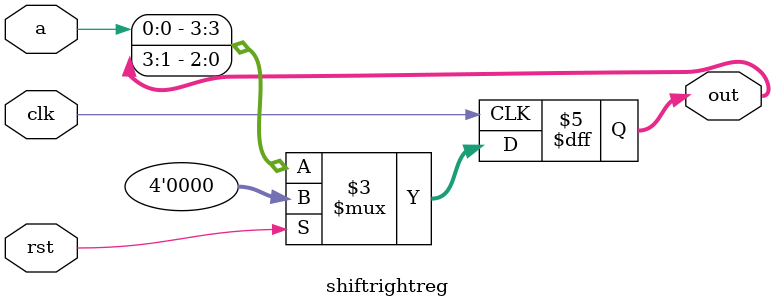
<source format=v>
module shiftrightreg (clk,rst,a,out);
    input wire clk;
    input wire rst;
    input wire a;
    
    output reg [3:0] out;

    always@(posedge clk)begin
        if(rst)begin
        out <= 4'b0000;
        end
        else begin
            out = {a,out[3:1]};
        end
    end
endmodule
</source>
